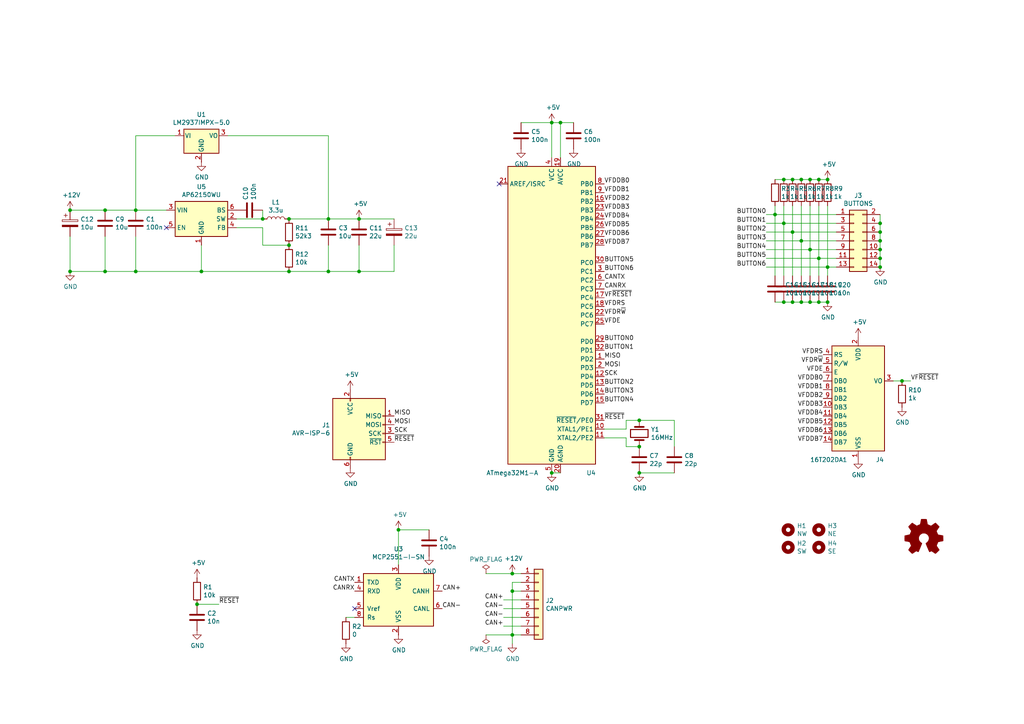
<source format=kicad_sch>
(kicad_sch (version 20231120) (generator "eeschema") (generator_version "8.0")
  (paper "A4")
  (title_block (title "VFD Interface") (date "2021-10-21") (rev "2") (company "© 2021 oni"))
  (lib_symbols
    (symbol "Connector:AVR-ISP-6" (pin_names (offset 1.016))
      (property "Reference" "J" (at -6.35 11.43 0))
      (property "Value" "AVR-ISP-6" (at 0 11.43 0))
      (symbol "AVR-ISP-6_1_1"
        (pin passive line (at 10.16 5.08 180) (length 2.54) (name "MISO") (number "1"))
        (pin passive line (at -2.54 12.7 270) (length 2.54) (name "VCC") (number "2"))
        (pin passive line (at 10.16 0 180) (length 2.54) (name "SCK") (number "3"))
        (pin passive line (at 10.16 2.54 180) (length 2.54) (name "MOSI") (number "4"))
        (pin passive line (at 10.16 -2.54 180) (length 2.54) (name "~{RST}") (number "5"))
        (pin passive line (at -2.54 -10.16 90) (length 2.54) (name "GND") (number "6"))
      )
    )
    (symbol "Connector_Generic:Conn_01x08" (pin_names (offset 1.016) hide)
      (property "Reference" "J" (at 0 10.16 0))
      (property "Value" "Conn_01x08" (at 0 -12.7 0))
      (symbol "Conn_01x08_1_1"
        (pin passive line (at -5.08 7.62 0) (length 3.81) (name "Pin_1") (number "1"))
        (pin passive line (at -5.08 5.08 0) (length 3.81) (name "Pin_2") (number "2"))
        (pin passive line (at -5.08 2.54 0) (length 3.81) (name "Pin_3") (number "3"))
        (pin passive line (at -5.08 0 0) (length 3.81) (name "Pin_4") (number "4"))
        (pin passive line (at -5.08 -2.54 0) (length 3.81) (name "Pin_5") (number "5"))
        (pin passive line (at -5.08 -5.08 0) (length 3.81) (name "Pin_6") (number "6"))
        (pin passive line (at -5.08 -7.62 0) (length 3.81) (name "Pin_7") (number "7"))
        (pin passive line (at -5.08 -10.16 0) (length 3.81) (name "Pin_8") (number "8"))
      )
    )
    (symbol "Connector_Generic:Conn_02x07_Odd_Even" (pin_names (offset 1.016) hide)
      (property "Reference" "J" (at 1.27 10.16 0))
      (property "Value" "Conn_02x07_Odd_Even" (at 1.27 -10.16 0))
      (symbol "Conn_02x07_Odd_Even_1_1"
        (pin passive line (at -5.08 7.62 0) (length 3.81) (name "Pin_1") (number "1"))
        (pin passive line (at 7.62 -2.54 180) (length 3.81) (name "Pin_10") (number "10"))
        (pin passive line (at -5.08 -5.08 0) (length 3.81) (name "Pin_11") (number "11"))
        (pin passive line (at 7.62 -5.08 180) (length 3.81) (name "Pin_12") (number "12"))
        (pin passive line (at -5.08 -7.62 0) (length 3.81) (name "Pin_13") (number "13"))
        (pin passive line (at 7.62 -7.62 180) (length 3.81) (name "Pin_14") (number "14"))
        (pin passive line (at 7.62 7.62 180) (length 3.81) (name "Pin_2") (number "2"))
        (pin passive line (at -5.08 5.08 0) (length 3.81) (name "Pin_3") (number "3"))
        (pin passive line (at 7.62 5.08 180) (length 3.81) (name "Pin_4") (number "4"))
        (pin passive line (at -5.08 2.54 0) (length 3.81) (name "Pin_5") (number "5"))
        (pin passive line (at 7.62 2.54 180) (length 3.81) (name "Pin_6") (number "6"))
        (pin passive line (at -5.08 0 0) (length 3.81) (name "Pin_7") (number "7"))
        (pin passive line (at 7.62 0 180) (length 3.81) (name "Pin_8") (number "8"))
        (pin passive line (at -5.08 -2.54 0) (length 3.81) (name "Pin_9") (number "9"))
      )
    )
    (symbol "Device:C" (pin_numbers hide) (pin_names (offset 0.254))
      (property "Reference" "C" (at 0.635 2.54 0))
      (property "Value" "C" (at 0.635 -2.54 0))
      (symbol "C_1_1"
        (pin passive line (at 0 3.81 270) (length 2.794) (name "~") (number "1"))
        (pin passive line (at 0 -3.81 90) (length 2.794) (name "~") (number "2"))
      )
    )
    (symbol "Device:C_Polarized" (pin_numbers hide) (pin_names (offset 0.254))
      (property "Reference" "C" (at 0.635 2.54 0))
      (property "Value" "C_Polarized" (at 0.635 -2.54 0))
      (symbol "C_Polarized_1_1"
        (pin passive line (at 0 3.81 270) (length 2.794) (name "~") (number "1"))
        (pin passive line (at 0 -3.81 90) (length 2.794) (name "~") (number "2"))
      )
    )
    (symbol "Device:Crystal" (pin_numbers hide) (pin_names (offset 1.016) hide)
      (property "Reference" "Y" (at 0 3.81 0))
      (property "Value" "Crystal" (at 0 -3.81 0))
      (symbol "Crystal_1_1"
        (pin passive line (at -3.81 0 0) (length 1.27) (name "1") (number "1"))
        (pin passive line (at 3.81 0 180) (length 1.27) (name "2") (number "2"))
      )
    )
    (symbol "Device:L" (pin_numbers hide) (pin_names (offset 1.016) hide)
      (property "Reference" "L" (at -1.27 0 90))
      (property "Value" "L" (at 1.905 0 90))
      (symbol "L_1_1"
        (pin passive line (at 0 3.81 270) (length 1.27) (name "1") (number "1"))
        (pin passive line (at 0 -3.81 90) (length 1.27) (name "2") (number "2"))
      )
    )
    (symbol "Device:R" (pin_numbers hide) (pin_names (offset 0))
      (property "Reference" "R" (at 2.032 0 90))
      (property "Value" "R" (at 0 0 90))
      (symbol "R_1_1"
        (pin passive line (at 0 3.81 270) (length 1.27) (name "~") (number "1"))
        (pin passive line (at 0 -3.81 90) (length 1.27) (name "~") (number "2"))
      )
    )
    (symbol "Display_Character:LM16255K"
      (property "Reference" "U" (at -6.35 16.51 0))
      (property "Value" "LM16255K" (at 4.318 16.51 0))
      (symbol "LM16255K_1_1"
        (pin power_in line (at 0 -17.78 90) (length 2.54) (name "VSS") (number "1"))
        (pin bidirectional line (at -10.16 -2.54 0) (length 2.54) (name "DB3") (number "10"))
        (pin bidirectional line (at -10.16 -5.08 0) (length 2.54) (name "DB4") (number "11"))
        (pin bidirectional line (at -10.16 -7.62 0) (length 2.54) (name "DB5") (number "12"))
        (pin bidirectional line (at -10.16 -10.16 0) (length 2.54) (name "DB6") (number "13"))
        (pin bidirectional line (at -10.16 -12.7 0) (length 2.54) (name "DB7") (number "14"))
        (pin power_in line (at 0 17.78 270) (length 2.54) (name "VDD") (number "2"))
        (pin power_in line (at 10.16 5.08 180) (length 2.54) (name "VO") (number "3"))
        (pin input line (at -10.16 12.7 0) (length 2.54) (name "RS") (number "4"))
        (pin input line (at -10.16 10.16 0) (length 2.54) (name "R/W") (number "5"))
        (pin input line (at -10.16 7.62 0) (length 2.54) (name "E") (number "6"))
        (pin bidirectional line (at -10.16 5.08 0) (length 2.54) (name "DB0") (number "7"))
        (pin bidirectional line (at -10.16 2.54 0) (length 2.54) (name "DB1") (number "8"))
        (pin bidirectional line (at -10.16 0 0) (length 2.54) (name "DB2") (number "9"))
      )
    )
    (symbol "Graphic:Logo_Open_Hardware_Small" (in_bom no) (on_board no))
    (symbol "Interface_CAN_LIN:MCP2551-I-SN" (pin_names (offset 1.016))
      (property "Reference" "U" (at -10.16 8.89 0))
      (property "Value" "MCP2551-I-SN" (at 2.54 8.89 0))
      (symbol "MCP2551-I-SN_1_1"
        (pin input line (at -12.7 5.08 0) (length 2.54) (name "TXD") (number "1"))
        (pin power_in line (at 0 -10.16 90) (length 2.54) (name "VSS") (number "2"))
        (pin power_in line (at 0 10.16 270) (length 2.54) (name "VDD") (number "3"))
        (pin output line (at -12.7 2.54 0) (length 2.54) (name "RXD") (number "4"))
        (pin power_out line (at -12.7 -2.54 0) (length 2.54) (name "Vref") (number "5"))
        (pin bidirectional line (at 12.7 -2.54 180) (length 2.54) (name "CANL") (number "6"))
        (pin bidirectional line (at 12.7 2.54 180) (length 2.54) (name "CANH") (number "7"))
        (pin input line (at -12.7 -5.08 0) (length 2.54) (name "Rs") (number "8"))
      )
    )
    (symbol "MCU_Microchip_ATmega:ATmega32M1-A"
      (property "Reference" "U" (at -12.7 44.45 0))
      (property "Value" "ATmega32M1-A" (at 5.08 -44.45 0))
      (symbol "ATmega32M1-A_1_1"
        (pin bidirectional line (at 15.24 -12.7 180) (length 2.54) (name "PD2") (number "1"))
        (pin bidirectional line (at 15.24 -33.02 180) (length 2.54) (name "XTAL1/PE1") (number "10"))
        (pin bidirectional line (at 15.24 -35.56 180) (length 2.54) (name "XTAL2/PE2") (number "11"))
        (pin bidirectional line (at 15.24 -17.78 180) (length 2.54) (name "PD4") (number "12"))
        (pin bidirectional line (at 15.24 -20.32 180) (length 2.54) (name "PD5") (number "13"))
        (pin bidirectional line (at 15.24 -22.86 180) (length 2.54) (name "PD6") (number "14"))
        (pin bidirectional line (at 15.24 -25.4 180) (length 2.54) (name "PD7") (number "15"))
        (pin bidirectional line (at 15.24 33.02 180) (length 2.54) (name "PB2") (number "16"))
        (pin bidirectional line (at 15.24 5.08 180) (length 2.54) (name "PC4") (number "17"))
        (pin bidirectional line (at 15.24 2.54 180) (length 2.54) (name "PC5") (number "18"))
        (pin power_in line (at 2.54 45.72 270) (length 2.54) (name "AVCC") (number "19"))
        (pin bidirectional line (at 15.24 -15.24 180) (length 2.54) (name "PD3") (number "2"))
        (pin power_in line (at 2.54 -45.72 90) (length 2.54) (name "AGND") (number "20"))
        (pin passive line (at -15.24 38.1 0) (length 2.54) (name "AREF/ISRC") (number "21"))
        (pin bidirectional line (at 15.24 0 180) (length 2.54) (name "PC6") (number "22"))
        (pin bidirectional line (at 15.24 30.48 180) (length 2.54) (name "PB3") (number "23"))
        (pin bidirectional line (at 15.24 27.94 180) (length 2.54) (name "PB4") (number "24"))
        (pin bidirectional line (at 15.24 -2.54 180) (length 2.54) (name "PC7") (number "25"))
        (pin bidirectional line (at 15.24 25.4 180) (length 2.54) (name "PB5") (number "26"))
        (pin bidirectional line (at 15.24 22.86 180) (length 2.54) (name "PB6") (number "27"))
        (pin bidirectional line (at 15.24 20.32 180) (length 2.54) (name "PB7") (number "28"))
        (pin bidirectional line (at 15.24 -7.62 180) (length 2.54) (name "PD0") (number "29"))
        (pin bidirectional line (at 15.24 12.7 180) (length 2.54) (name "PC1") (number "3"))
        (pin bidirectional line (at 15.24 15.24 180) (length 2.54) (name "PC0") (number "30"))
        (pin bidirectional line (at 15.24 -30.48 180) (length 2.54) (name "~{RESET}/PE0") (number "31"))
        (pin bidirectional line (at 15.24 -10.16 180) (length 2.54) (name "PD1") (number "32"))
        (pin power_in line (at 0 45.72 270) (length 2.54) (name "VCC") (number "4"))
        (pin power_in line (at 0 -45.72 90) (length 2.54) (name "GND") (number "5"))
        (pin bidirectional line (at 15.24 10.16 180) (length 2.54) (name "PC2") (number "6"))
        (pin bidirectional line (at 15.24 7.62 180) (length 2.54) (name "PC3") (number "7"))
        (pin bidirectional line (at 15.24 38.1 180) (length 2.54) (name "PB0") (number "8"))
        (pin bidirectional line (at 15.24 35.56 180) (length 2.54) (name "PB1") (number "9"))
      )
    )
    (symbol "Mechanical:MountingHole" (pin_names (offset 1.016)) (exclude_from_sim yes) (in_bom no)
      (property "Reference" "H" (at 0 5.08 0))
      (property "Value" "MountingHole" (at 0 3.175 0))
    )
    (symbol "Regulator_Linear:LM2937xMP" (pin_names (offset 0.254))
      (property "Reference" "U" (at -3.81 3.175 0))
      (property "Value" "LM2937xMP" (at 0 3.175 0))
      (symbol "LM2937xMP_1_1"
        (pin power_in line (at -7.62 0 0) (length 2.54) (name "VI") (number "1"))
        (pin power_in line (at 0 -7.62 90) (length 2.54) (name "GND") (number "2"))
        (pin power_out line (at 7.62 0 180) (length 2.54) (name "VO") (number "3"))
      )
    )
    (symbol "Regulator_Switching:DIO6970"
      (property "Reference" "U" (at -7.62 6.35 0))
      (property "Value" "DIO6970" (at 0 6.35 0))
      (symbol "DIO6970_1_1"
        (pin power_in line (at 0 -7.62 90) (length 2.54) (name "GND") (number "1"))
        (pin power_out line (at 10.16 0 180) (length 2.54) (name "SW") (number "2"))
        (pin power_in line (at -10.16 2.54 0) (length 2.54) (name "VIN") (number "3"))
        (pin input line (at 10.16 -2.54 180) (length 2.54) (name "FB") (number "4"))
        (pin input line (at -10.16 -2.54 0) (length 2.54) (name "EN") (number "5"))
        (pin output line (at 10.16 2.54 180) (length 2.54) (name "BS") (number "6"))
      )
    )
    (symbol "power:+12V" (power) (pin_numbers hide) (pin_names (offset 0) hide)
      (property "Value" "+12V" (at 0 3.556 0))
      (symbol "+12V_1_1"
        (pin power_in line (at 0 0 90) (length 0) (name "~") (number "1"))
      )
    )
    (symbol "power:+5V" (power) (pin_numbers hide) (pin_names (offset 0) hide)
      (property "Value" "+5V" (at 0 3.556 0))
      (symbol "+5V_1_1"
        (pin power_in line (at 0 0 90) (length 0) (name "~") (number "1"))
      )
    )
    (symbol "power:GND" (power) (pin_numbers hide) (pin_names (offset 0) hide)
      (property "Value" "GND" (at 0 -3.81 0))
      (symbol "GND_1_1"
        (pin power_in line (at 0 0 270) (length 0) (name "~") (number "1"))
      )
    )
    (symbol "power:PWR_FLAG" (power) (pin_numbers hide) (pin_names (offset 0) hide)
      (property "Value" "PWR_FLAG" (at 0 3.81 0))
      (symbol "PWR_FLAG_0_0"
        (pin power_out line (at 0 0 90) (length 0) (name "~") (number "1"))
      )
    )
  )
  (junction (at 30.48 60.96))
  (junction (at 104.14 78.74))
  (junction (at 76.2 63.5))
  (junction (at 237.49 74.93))
  (junction (at 148.59 171.45))
  (junction (at 227.33 87.63))
  (junction (at 39.37 60.96))
  (junction (at 148.59 166.37))
  (junction (at 160.02 35.56))
  (junction (at 185.42 137.16))
  (junction (at 39.37 78.74))
  (junction (at 104.14 63.5))
  (junction (at 162.56 35.56))
  (junction (at 148.59 184.15))
  (junction (at 95.25 63.5))
  (junction (at 227.33 64.77))
  (junction (at 234.95 52.07))
  (junction (at 240.03 87.63))
  (junction (at 237.49 52.07))
  (junction (at 229.87 67.31))
  (junction (at 234.95 87.63))
  (junction (at 185.42 129.54))
  (junction (at 185.42 121.92))
  (junction (at 229.87 87.63))
  (junction (at 234.95 72.39))
  (junction (at 240.03 77.47))
  (junction (at 20.32 60.96))
  (junction (at 58.42 78.74))
  (junction (at 229.87 52.07))
  (junction (at 255.27 67.31))
  (junction (at 261.62 110.49))
  (junction (at 237.49 87.63))
  (junction (at 232.41 87.63))
  (junction (at 30.48 78.74))
  (junction (at 232.41 52.07))
  (junction (at 115.57 153.67))
  (junction (at 83.82 78.74))
  (junction (at 95.25 78.74))
  (junction (at 227.33 52.07))
  (junction (at 255.27 69.85))
  (junction (at 240.03 52.07))
  (junction (at 224.79 62.23))
  (junction (at 232.41 69.85))
  (junction (at 57.15 175.26))
  (junction (at 160.02 137.16))
  (junction (at 83.82 71.12))
  (junction (at 20.32 78.74))
  (junction (at 83.82 63.5))
  (junction (at 255.27 64.77))
  (junction (at 255.27 72.39))
  (junction (at 255.27 74.93))
  (junction (at 255.27 77.47))
  (no_connect (at 102.87 176.53))
  (no_connect (at 48.26 66.04))
  (no_connect (at 144.78 53.34))
  (wire (pts (xy 162.56 35.56) (xy 166.37 35.56)))
  (wire (pts (xy 229.87 59.69) (xy 229.87 67.31)))
  (wire (pts (xy 20.32 78.74) (xy 20.32 68.58)))
  (wire (pts (xy 95.25 71.12) (xy 95.25 78.74)))
  (wire (pts (xy 195.58 129.54) (xy 195.58 121.92)))
  (wire (pts (xy 50.8 39.37) (xy 39.37 39.37)))
  (wire (pts (xy 232.41 80.01) (xy 232.41 69.85)))
  (wire (pts (xy 76.2 63.5) (xy 68.58 63.5)))
  (wire (pts (xy 232.41 69.85) (xy 242.57 69.85)))
  (wire (pts (xy 224.79 52.07) (xy 227.33 52.07)))
  (wire (pts (xy 222.25 67.31) (xy 229.87 67.31)))
  (wire (pts (xy 39.37 39.37) (xy 39.37 60.96)))
  (wire (pts (xy 140.97 166.37) (xy 148.59 166.37)))
  (wire (pts (xy 222.25 69.85) (xy 232.41 69.85)))
  (wire (pts (xy 181.61 121.92) (xy 185.42 121.92)))
  (wire (pts (xy 240.03 59.69) (xy 240.03 77.47)))
  (wire (pts (xy 222.25 64.77) (xy 227.33 64.77)))
  (wire (pts (xy 227.33 80.01) (xy 227.33 64.77)))
  (wire (pts (xy 259.08 110.49) (xy 261.62 110.49)))
  (wire (pts (xy 234.95 72.39) (xy 242.57 72.39)))
  (wire (pts (xy 237.49 59.69) (xy 237.49 74.93)))
  (wire (pts (xy 232.41 52.07) (xy 234.95 52.07)))
  (wire (pts (xy 146.05 173.99) (xy 151.13 173.99)))
  (wire (pts (xy 104.14 78.74) (xy 104.14 71.12)))
  (wire (pts (xy 39.37 78.74) (xy 58.42 78.74)))
  (wire (pts (xy 255.27 77.47) (xy 255.27 74.93)))
  (wire (pts (xy 146.05 179.07) (xy 151.13 179.07)))
  (wire (pts (xy 175.26 124.46) (xy 181.61 124.46)))
  (wire (pts (xy 140.97 184.15) (xy 148.59 184.15)))
  (wire (pts (xy 100.33 179.07) (xy 102.87 179.07)))
  (wire (pts (xy 146.05 176.53) (xy 151.13 176.53)))
  (wire (pts (xy 185.42 137.16) (xy 195.58 137.16)))
  (wire (pts (xy 104.14 78.74) (xy 114.3 78.74)))
  (wire (pts (xy 240.03 80.01) (xy 240.03 77.47)))
  (wire (pts (xy 222.25 62.23) (xy 224.79 62.23)))
  (wire (pts (xy 255.27 67.31) (xy 255.27 64.77)))
  (wire (pts (xy 227.33 59.69) (xy 227.33 64.77)))
  (wire (pts (xy 229.87 87.63) (xy 227.33 87.63)))
  (wire (pts (xy 224.79 80.01) (xy 224.79 62.23)))
  (wire (pts (xy 234.95 59.69) (xy 234.95 72.39)))
  (wire (pts (xy 148.59 184.15) (xy 148.59 186.69)))
  (wire (pts (xy 237.49 74.93) (xy 242.57 74.93)))
  (wire (pts (xy 255.27 72.39) (xy 255.27 69.85)))
  (wire (pts (xy 151.13 168.91) (xy 148.59 168.91)))
  (wire (pts (xy 160.02 35.56) (xy 162.56 35.56)))
  (wire (pts (xy 232.41 87.63) (xy 229.87 87.63)))
  (wire (pts (xy 181.61 127) (xy 181.61 129.54)))
  (wire (pts (xy 83.82 71.12) (xy 76.2 71.12)))
  (wire (pts (xy 148.59 171.45) (xy 148.59 184.15)))
  (wire (pts (xy 58.42 78.74) (xy 58.42 71.12)))
  (wire (pts (xy 222.25 72.39) (xy 234.95 72.39)))
  (wire (pts (xy 195.58 121.92) (xy 185.42 121.92)))
  (wire (pts (xy 124.46 153.67) (xy 115.57 153.67)))
  (wire (pts (xy 30.48 60.96) (xy 20.32 60.96)))
  (wire (pts (xy 227.33 87.63) (xy 224.79 87.63)))
  (wire (pts (xy 148.59 166.37) (xy 151.13 166.37)))
  (wire (pts (xy 237.49 87.63) (xy 234.95 87.63)))
  (wire (pts (xy 104.14 63.5) (xy 114.3 63.5)))
  (wire (pts (xy 95.25 63.5) (xy 83.82 63.5)))
  (wire (pts (xy 151.13 171.45) (xy 148.59 171.45)))
  (wire (pts (xy 30.48 78.74) (xy 20.32 78.74)))
  (wire (pts (xy 95.25 39.37) (xy 95.25 63.5)))
  (wire (pts (xy 229.87 52.07) (xy 232.41 52.07)))
  (wire (pts (xy 227.33 64.77) (xy 242.57 64.77)))
  (wire (pts (xy 104.14 63.5) (xy 95.25 63.5)))
  (wire (pts (xy 39.37 60.96) (xy 48.26 60.96)))
  (wire (pts (xy 222.25 77.47) (xy 240.03 77.47)))
  (wire (pts (xy 30.48 78.74) (xy 39.37 78.74)))
  (wire (pts (xy 232.41 59.69) (xy 232.41 69.85)))
  (wire (pts (xy 237.49 52.07) (xy 240.03 52.07)))
  (wire (pts (xy 227.33 52.07) (xy 229.87 52.07)))
  (wire (pts (xy 222.25 74.93) (xy 237.49 74.93)))
  (wire (pts (xy 76.2 60.96) (xy 76.2 63.5)))
  (wire (pts (xy 224.79 59.69) (xy 224.79 62.23)))
  (wire (pts (xy 255.27 74.93) (xy 255.27 72.39)))
  (wire (pts (xy 30.48 60.96) (xy 39.37 60.96)))
  (wire (pts (xy 57.15 175.26) (xy 63.5 175.26)))
  (wire (pts (xy 95.25 78.74) (xy 83.82 78.74)))
  (wire (pts (xy 229.87 80.01) (xy 229.87 67.31)))
  (wire (pts (xy 151.13 35.56) (xy 160.02 35.56)))
  (wire (pts (xy 240.03 87.63) (xy 237.49 87.63)))
  (wire (pts (xy 66.04 39.37) (xy 95.25 39.37)))
  (wire (pts (xy 146.05 181.61) (xy 151.13 181.61)))
  (wire (pts (xy 224.79 62.23) (xy 242.57 62.23)))
  (wire (pts (xy 261.62 110.49) (xy 264.16 110.49)))
  (wire (pts (xy 68.58 66.04) (xy 76.2 66.04)))
  (wire (pts (xy 30.48 68.58) (xy 30.48 78.74)))
  (wire (pts (xy 162.56 45.72) (xy 162.56 35.56)))
  (wire (pts (xy 160.02 137.16) (xy 162.56 137.16)))
  (wire (pts (xy 104.14 78.74) (xy 95.25 78.74)))
  (wire (pts (xy 229.87 67.31) (xy 242.57 67.31)))
  (wire (pts (xy 39.37 68.58) (xy 39.37 78.74)))
  (wire (pts (xy 234.95 87.63) (xy 232.41 87.63)))
  (wire (pts (xy 255.27 64.77) (xy 255.27 62.23)))
  (wire (pts (xy 58.42 78.74) (xy 83.82 78.74)))
  (wire (pts (xy 115.57 153.67) (xy 115.57 163.83)))
  (wire (pts (xy 181.61 124.46) (xy 181.61 121.92)))
  (wire (pts (xy 237.49 80.01) (xy 237.49 74.93)))
  (wire (pts (xy 160.02 45.72) (xy 160.02 35.56)))
  (wire (pts (xy 181.61 129.54) (xy 185.42 129.54)))
  (wire (pts (xy 76.2 66.04) (xy 76.2 71.12)))
  (wire (pts (xy 114.3 78.74) (xy 114.3 71.12)))
  (wire (pts (xy 148.59 168.91) (xy 148.59 171.45)))
  (wire (pts (xy 255.27 69.85) (xy 255.27 67.31)))
  (wire (pts (xy 234.95 80.01) (xy 234.95 72.39)))
  (wire (pts (xy 240.03 77.47) (xy 242.57 77.47)))
  (wire (pts (xy 151.13 184.15) (xy 148.59 184.15)))
  (wire (pts (xy 175.26 127) (xy 181.61 127)))
  (wire (pts (xy 234.95 52.07) (xy 237.49 52.07)))
  (label "VFDDB2" (at 175.26 58.42 0))
  (label "BUTTON1" (at 222.25 64.77 180))
  (label "CAN-" (at 146.05 179.07 180))
  (label "~{RESET}" (at 175.26 121.92 0))
  (label "BUTTON3" (at 175.26 114.3 0))
  (label "BUTTON0" (at 222.25 62.23 180))
  (label "VFDDB1" (at 175.26 55.88 0))
  (label "VFDDB4" (at 238.76 120.65 180))
  (label "BUTTON6" (at 222.25 77.47 180))
  (label "VF~{RESET}" (at 264.16 110.49 0))
  (label "CANRX" (at 102.87 171.45 180))
  (label "VF~{RESET}" (at 175.26 86.36 0))
  (label "VFDDB0" (at 238.76 110.49 180))
  (label "SCK" (at 175.26 109.22 0))
  (label "~{RESET}" (at 63.5 175.26 0))
  (label "BUTTON5" (at 175.26 76.2 0))
  (label "VFDRS" (at 175.26 88.9 0))
  (label "BUTTON3" (at 222.25 69.85 180))
  (label "VFDE" (at 238.76 107.95 180))
  (label "VFDR~{W}" (at 238.76 105.41 180))
  (label "BUTTON1" (at 175.26 101.6 0))
  (label "MISO" (at 114.3 120.65 0))
  (label "BUTTON5" (at 222.25 74.93 180))
  (label "BUTTON4" (at 175.26 116.84 0))
  (label "CANTX" (at 175.26 81.28 0))
  (label "CAN-" (at 146.05 176.53 180))
  (label "VFDDB6" (at 175.26 68.58 0))
  (label "MOSI" (at 175.26 106.68 0))
  (label "~{RESET}" (at 114.3 128.27 0))
  (label "VFDDB2" (at 238.76 115.57 180))
  (label "SCK" (at 114.3 125.73 0))
  (label "CAN+" (at 146.05 181.61 180))
  (label "VFDRS" (at 238.76 102.87 180))
  (label "VFDR~{W}" (at 175.26 91.44 0))
  (label "VFDDB3" (at 238.76 118.11 180))
  (label "CAN+" (at 146.05 173.99 180))
  (label "VFDDB7" (at 238.76 128.27 180))
  (label "VFDE" (at 175.26 93.98 0))
  (label "CANRX" (at 175.26 83.82 0))
  (label "MOSI" (at 114.3 123.19 0))
  (label "BUTTON4" (at 222.25 72.39 180))
  (label "BUTTON6" (at 175.26 78.74 0))
  (label "BUTTON2" (at 175.26 111.76 0))
  (label "VFDDB5" (at 175.26 66.04 0))
  (label "VFDDB5" (at 238.76 123.19 180))
  (label "VFDDB6" (at 238.76 125.73 180))
  (label "VFDDB4" (at 175.26 63.5 0))
  (label "BUTTON2" (at 222.25 67.31 180))
  (label "BUTTON0" (at 175.26 99.06 0))
  (label "MISO" (at 175.26 104.14 0))
  (label "VFDDB3" (at 175.26 60.96 0))
  (label "CANTX" (at 102.87 168.91 180))
  (label "VFDDB7" (at 175.26 71.12 0))
  (label "CAN+" (at 128.27 171.45 0))
  (label "CAN-" (at 128.27 176.53 0))
  (label "VFDDB1" (at 238.76 113.03 180))
  (label "VFDDB0" (at 175.26 53.34 0))
  (symbol (lib_id "Display_Character:LM16255K") (at 248.92 115.57 0) (unit 1)
    (property "Reference" "J4" (at 254 133.35 0) (effects (justify left)))
    (property "Value" "16T202DA1" (at 234.95 133.35 0) (effects (justify left)))
    (property "Footprint" "Connector_PinSocket_2.54mm:PinSocket_2x07_P2.54mm_Vertical" (effects (hide yes)))
    (property "Datasheet" "http://pdf.datasheetcatalog.com/datasheet/Sharp/mXvtrzw.pdf" (effects (hide yes)))
    (property "Description" "2 Lines, 12 character reflective LCD" (effects (hide yes)))
  )
  (symbol (lib_id "power:+5V") (at 248.92 97.79 0) (unit 1)
    (property "Reference" "#PWR0101" (effects (hide yes)))
    (property "Value" "+5V" (at 249.301 93.3958 0))
    (property "Description" "Power symbol creates a global label with name \"+5V\"" (effects (hide yes)))
  )
  (symbol (lib_id "power:GND") (at 248.92 133.35 0) (unit 1)
    (property "Reference" "#PWR0102" (effects (hide yes)))
    (property "Value" "GND" (at 249.047 137.7442 0))
    (property "Description" "Power symbol creates a global label with name \"GND\" , ground" (effects (hide yes)))
  )
  (symbol (lib_id "power:+5V") (at 160.02 35.56 0) (unit 1)
    (property "Reference" "#PWR0103" (effects (hide yes)))
    (property "Value" "+5V" (at 160.401 31.1658 0))
    (property "Description" "Power symbol creates a global label with name \"+5V\"" (effects (hide yes)))
  )
  (symbol (lib_id "power:GND") (at 160.02 137.16 0) (unit 1)
    (property "Reference" "#PWR0104" (effects (hide yes)))
    (property "Value" "GND" (at 160.147 141.5542 0))
    (property "Description" "Power symbol creates a global label with name \"GND\" , ground" (effects (hide yes)))
  )
  (symbol (lib_id "Device:C") (at 166.37 39.37 0) (unit 1)
    (property "Reference" "C6" (at 169.291 38.2016 0) (effects (justify left)))
    (property "Value" "100n" (at 169.291 40.513 0) (effects (justify left)))
    (property "Footprint" "Capacitor_SMD:C_0805_2012Metric_Pad1.18x1.45mm_HandSolder" (effects (hide yes)))
    (property "Description" "Unpolarized capacitor" (effects (hide yes)))
  )
  (symbol (lib_id "power:GND") (at 166.37 43.18 0) (unit 1)
    (property "Reference" "#PWR0105" (effects (hide yes)))
    (property "Value" "GND" (at 166.497 47.5742 0))
    (property "Description" "Power symbol creates a global label with name \"GND\" , ground" (effects (hide yes)))
  )
  (symbol (lib_id "Device:C") (at 151.13 39.37 0) (unit 1)
    (property "Reference" "C5" (at 154.051 38.2016 0) (effects (justify left)))
    (property "Value" "100n" (at 154.051 40.513 0) (effects (justify left)))
    (property "Footprint" "Capacitor_SMD:C_0805_2012Metric_Pad1.18x1.45mm_HandSolder" (effects (hide yes)))
    (property "Description" "Unpolarized capacitor" (effects (hide yes)))
  )
  (symbol (lib_id "power:GND") (at 151.13 43.18 0) (unit 1)
    (property "Reference" "#PWR0106" (effects (hide yes)))
    (property "Value" "GND" (at 151.257 47.5742 0))
    (property "Description" "Power symbol creates a global label with name \"GND\" , ground" (effects (hide yes)))
  )
  (symbol (lib_id "Connector:AVR-ISP-6") (at 104.14 125.73 0) (unit 1)
    (property "Reference" "J1" (at 95.7834 123.2916 0) (effects (justify right)))
    (property "Value" "AVR-ISP-6" (at 95.7834 125.603 0) (effects (justify right)))
    (property "Footprint" "Connector_PinHeader_2.54mm:PinHeader_2x03_P2.54mm_Vertical" (effects (hide yes)))
    (property "Description" "Atmel 6-pin ISP connector" (effects (hide yes)))
  )
  (symbol (lib_id "power:+5V") (at 101.6 113.03 0) (unit 1)
    (property "Reference" "#PWR0107" (effects (hide yes)))
    (property "Value" "+5V" (at 101.981 108.6358 0))
    (property "Description" "Power symbol creates a global label with name \"+5V\"" (effects (hide yes)))
  )
  (symbol (lib_id "power:GND") (at 101.6 135.89 0) (unit 1)
    (property "Reference" "#PWR0108" (effects (hide yes)))
    (property "Value" "GND" (at 101.727 140.2842 0))
    (property "Description" "Power symbol creates a global label with name \"GND\" , ground" (effects (hide yes)))
  )
  (symbol (lib_id "Device:Crystal") (at 185.42 125.73 270) (unit 1)
    (property "Reference" "Y1" (at 188.7474 124.5616 90) (effects (justify left)))
    (property "Value" "16MHz" (at 188.7474 126.873 90) (effects (justify left)))
    (property "Footprint" "Crystal:Crystal_SMD_HC49-SD" (effects (hide yes)))
    (property "Description" "Two pin crystal" (effects (hide yes)))
  )
  (symbol (lib_id "Device:C") (at 195.58 133.35 180) (unit 1)
    (property "Reference" "C8" (at 198.501 132.1816 0) (effects (justify right)))
    (property "Value" "22p" (at 198.501 134.493 0) (effects (justify right)))
    (property "Footprint" "Capacitor_SMD:C_0805_2012Metric_Pad1.18x1.45mm_HandSolder" (effects (hide yes)))
    (property "Description" "Unpolarized capacitor" (effects (hide yes)))
  )
  (symbol (lib_id "Device:C") (at 185.42 133.35 180) (unit 1)
    (property "Reference" "C7" (at 188.341 132.1816 0) (effects (justify right)))
    (property "Value" "22p" (at 188.341 134.493 0) (effects (justify right)))
    (property "Footprint" "Capacitor_SMD:C_0805_2012Metric_Pad1.18x1.45mm_HandSolder" (effects (hide yes)))
    (property "Description" "Unpolarized capacitor" (effects (hide yes)))
  )
  (symbol (lib_id "power:GND") (at 185.42 137.16 0) (unit 1)
    (property "Reference" "#PWR0109" (effects (hide yes)))
    (property "Value" "GND" (at 185.547 141.5542 0))
    (property "Description" "Power symbol creates a global label with name \"GND\" , ground" (effects (hide yes)))
  )
  (symbol (lib_id "Device:C") (at 57.15 179.07 0) (unit 1)
    (property "Reference" "C2" (at 60.071 177.9016 0) (effects (justify left)))
    (property "Value" "10n" (at 60.071 180.213 0) (effects (justify left)))
    (property "Footprint" "Capacitor_SMD:C_0805_2012Metric_Pad1.18x1.45mm_HandSolder" (effects (hide yes)))
    (property "Description" "Unpolarized capacitor" (effects (hide yes)))
  )
  (symbol (lib_id "power:GND") (at 57.15 182.88 0) (unit 1)
    (property "Reference" "#PWR0110" (effects (hide yes)))
    (property "Value" "GND" (at 57.277 187.2742 0))
    (property "Description" "Power symbol creates a global label with name \"GND\" , ground" (effects (hide yes)))
  )
  (symbol (lib_id "power:+5V") (at 57.15 167.64 0) (unit 1)
    (property "Reference" "#PWR0111" (effects (hide yes)))
    (property "Value" "+5V" (at 57.531 163.2458 0))
    (property "Description" "Power symbol creates a global label with name \"+5V\"" (effects (hide yes)))
  )
  (symbol (lib_id "Interface_CAN_LIN:MCP2551-I-SN") (at 115.57 173.99 0) (unit 1)
    (property "Reference" "U3" (at 115.57 159.2326 0))
    (property "Value" "MCP2551-I-SN" (at 115.57 161.544 0))
    (property "Footprint" "Package_SO:SOIC-8_3.9x4.9mm_P1.27mm" (effects (hide yes)))
    (property "Datasheet" "http://ww1.microchip.com/downloads/en/devicedoc/21667d.pdf" (effects (hide yes)))
    (property "Description" "High-Speed CAN Transceiver, 1Mbps, 5V supply, SOIC-8" (effects (hide yes)))
  )
  (symbol (lib_id "power:GND") (at 148.59 186.69 0) (unit 1)
    (property "Reference" "#PWR0112" (effects (hide yes)))
    (property "Value" "GND" (at 148.717 191.0842 0))
    (property "Description" "Power symbol creates a global label with name \"GND\" , ground" (effects (hide yes)))
  )
  (symbol (lib_id "power:+5V") (at 115.57 153.67 0) (unit 1)
    (property "Reference" "#PWR0113" (effects (hide yes)))
    (property "Value" "+5V" (at 115.951 149.2758 0))
    (property "Description" "Power symbol creates a global label with name \"+5V\"" (effects (hide yes)))
  )
  (symbol (lib_id "Device:C") (at 124.46 157.48 0) (unit 1)
    (property "Reference" "C4" (at 127.381 156.3116 0) (effects (justify left)))
    (property "Value" "100n" (at 127.381 158.623 0) (effects (justify left)))
    (property "Footprint" "Capacitor_SMD:C_0805_2012Metric_Pad1.18x1.45mm_HandSolder" (effects (hide yes)))
    (property "Description" "Unpolarized capacitor" (effects (hide yes)))
  )
  (symbol (lib_id "power:GND") (at 115.57 184.15 0) (unit 1)
    (property "Reference" "#PWR0114" (effects (hide yes)))
    (property "Value" "GND" (at 115.697 188.5442 0))
    (property "Description" "Power symbol creates a global label with name \"GND\" , ground" (effects (hide yes)))
  )
  (symbol (lib_id "power:GND") (at 124.46 161.29 0) (unit 1)
    (property "Reference" "#PWR0115" (effects (hide yes)))
    (property "Value" "GND" (at 124.587 165.6842 0))
    (property "Description" "Power symbol creates a global label with name \"GND\" , ground" (effects (hide yes)))
  )
  (symbol (lib_id "Device:R") (at 100.33 182.88 0) (unit 1)
    (property "Reference" "R2" (at 102.108 181.7116 0) (effects (justify left)))
    (property "Value" "0" (at 102.108 184.023 0) (effects (justify left)))
    (property "Footprint" "Resistor_SMD:R_0805_2012Metric_Pad1.20x1.40mm_HandSolder" (effects (hide yes)))
    (property "Description" "Resistor" (effects (hide yes)))
  )
  (symbol (lib_id "power:GND") (at 100.33 186.69 0) (unit 1)
    (property "Reference" "#PWR0116" (effects (hide yes)))
    (property "Value" "GND" (at 100.457 191.0842 0))
    (property "Description" "Power symbol creates a global label with name \"GND\" , ground" (effects (hide yes)))
  )
  (symbol (lib_id "Connector_Generic:Conn_01x08") (at 156.21 173.99 0) (unit 1)
    (property "Reference" "J2" (at 158.242 174.1932 0) (effects (justify left)))
    (property "Value" "CANPWR" (at 158.242 176.5046 0) (effects (justify left)))
    (property "Footprint" "TerminalBlock_Phoenix:TerminalBlock_Phoenix_MPT-0,5-8-2.54_1x08_P2.54mm_Horizontal" (effects (hide yes)))
    (property "Description" "Generic connector, single row, 01x08, script generated (kicad-library-utils/schlib/autogen/connector/)" (effects (hide yes)))
  )
  (symbol (lib_id "power:GND") (at 58.42 46.99 0) (unit 1)
    (property "Reference" "#PWR0118" (effects (hide yes)))
    (property "Value" "GND" (at 58.547 51.3842 0))
    (property "Description" "Power symbol creates a global label with name \"GND\" , ground" (effects (hide yes)))
  )
  (symbol (lib_id "Connector_Generic:Conn_02x07_Odd_Even") (at 247.65 69.85 0) (unit 1)
    (property "Reference" "J3" (at 248.92 56.7182 0))
    (property "Value" "BUTTONS" (at 248.92 59.0296 0))
    (property "Footprint" "Connector_PinHeader_2.54mm:PinHeader_2x07_P2.54mm_Vertical" (effects (hide yes)))
    (property "Description" "Generic connector, double row, 02x07, odd/even pin numbering scheme (row 1 odd numbers, row 2 even numbers), script generated (kicad-library-utils/schlib/autogen/connector/)" (effects (hide yes)))
  )
  (symbol (lib_id "power:+12V") (at 148.59 166.37 0) (unit 1)
    (property "Reference" "#PWR0120" (effects (hide yes)))
    (property "Value" "+12V" (at 148.971 161.9758 0))
    (property "Description" "Power symbol creates a global label with name \"+12V\"" (effects (hide yes)))
  )
  (symbol (lib_id "Device:C") (at 95.25 67.31 0) (unit 1)
    (property "Reference" "C3" (at 98.171 66.1416 0) (effects (justify left)))
    (property "Value" "10u" (at 98.171 68.453 0) (effects (justify left)))
    (property "Footprint" "Capacitor_SMD:C_0805_2012Metric_Pad1.18x1.45mm_HandSolder" (effects (hide yes)))
    (property "Description" "Unpolarized capacitor" (effects (hide yes)))
  )
  (symbol (lib_id "Device:C") (at 39.37 64.77 0) (unit 1)
    (property "Reference" "C1" (at 42.291 63.6016 0) (effects (justify left)))
    (property "Value" "100n" (at 42.291 65.913 0) (effects (justify left)))
    (property "Footprint" "Capacitor_SMD:C_0805_2012Metric_Pad1.18x1.45mm_HandSolder" (effects (hide yes)))
    (property "Description" "Unpolarized capacitor" (effects (hide yes)))
  )
  (symbol (lib_id "Regulator_Linear:LM2937xMP") (at 58.42 39.37 0) (unit 1)
    (property "Reference" "U1" (at 58.42 33.2232 0))
    (property "Value" "LM2937IMPX-5.0" (at 58.42 35.5346 0))
    (property "Footprint" "Package_TO_SOT_SMD:SOT-223-3_TabPin2" (effects (hide yes)))
    (property "Datasheet" "http://www.ti.com/lit/ds/symlink/lm2937.pdf" (effects (hide yes)))
    (property "Description" "500-mA Low Dropout Regulator, SOT-223" (effects (hide yes)))
  )
  (symbol (lib_id "power:GND") (at 255.27 77.47 0) (unit 1)
    (property "Reference" "#PWR0121" (effects (hide yes)))
    (property "Value" "GND" (at 255.397 81.8642 0))
    (property "Description" "Power symbol creates a global label with name \"GND\" , ground" (effects (hide yes)))
  )
  (symbol (lib_id "Device:R") (at 224.79 55.88 0) (unit 1)
    (property "Reference" "R3" (at 226.568 54.7116 0) (effects (justify left)))
    (property "Value" "1k" (at 226.568 57.023 0) (effects (justify left)))
    (property "Footprint" "Resistor_SMD:R_0805_2012Metric_Pad1.20x1.40mm_HandSolder" (effects (hide yes)))
    (property "Description" "Resistor" (effects (hide yes)))
  )
  (symbol (lib_id "Device:R") (at 227.33 55.88 0) (unit 1)
    (property "Reference" "R4" (at 229.108 54.7116 0) (effects (justify left)))
    (property "Value" "1k" (at 229.108 57.023 0) (effects (justify left)))
    (property "Footprint" "Resistor_SMD:R_0805_2012Metric_Pad1.20x1.40mm_HandSolder" (effects (hide yes)))
    (property "Description" "Resistor" (effects (hide yes)))
  )
  (symbol (lib_id "Device:R") (at 229.87 55.88 0) (unit 1)
    (property "Reference" "R5" (at 231.648 54.7116 0) (effects (justify left)))
    (property "Value" "1k" (at 231.648 57.023 0) (effects (justify left)))
    (property "Footprint" "Resistor_SMD:R_0805_2012Metric_Pad1.20x1.40mm_HandSolder" (effects (hide yes)))
    (property "Description" "Resistor" (effects (hide yes)))
  )
  (symbol (lib_id "Device:R") (at 232.41 55.88 0) (unit 1)
    (property "Reference" "R6" (at 234.188 54.7116 0) (effects (justify left)))
    (property "Value" "1k" (at 234.188 57.023 0) (effects (justify left)))
    (property "Footprint" "Resistor_SMD:R_0805_2012Metric_Pad1.20x1.40mm_HandSolder" (effects (hide yes)))
    (property "Description" "Resistor" (effects (hide yes)))
  )
  (symbol (lib_id "Device:R") (at 234.95 55.88 0) (unit 1)
    (property "Reference" "R7" (at 236.728 54.7116 0) (effects (justify left)))
    (property "Value" "1k" (at 236.728 57.023 0) (effects (justify left)))
    (property "Footprint" "Resistor_SMD:R_0805_2012Metric_Pad1.20x1.40mm_HandSolder" (effects (hide yes)))
    (property "Description" "Resistor" (effects (hide yes)))
  )
  (symbol (lib_id "Device:R") (at 237.49 55.88 0) (unit 1)
    (property "Reference" "R8" (at 239.268 54.7116 0) (effects (justify left)))
    (property "Value" "1k" (at 239.268 57.023 0) (effects (justify left)))
    (property "Footprint" "Resistor_SMD:R_0805_2012Metric_Pad1.20x1.40mm_HandSolder" (effects (hide yes)))
    (property "Description" "Resistor" (effects (hide yes)))
  )
  (symbol (lib_id "Device:R") (at 240.03 55.88 0) (unit 1)
    (property "Reference" "R9" (at 241.808 54.7116 0) (effects (justify left)))
    (property "Value" "1k" (at 241.808 57.023 0) (effects (justify left)))
    (property "Footprint" "Resistor_SMD:R_0805_2012Metric_Pad1.20x1.40mm_HandSolder" (effects (hide yes)))
    (property "Description" "Resistor" (effects (hide yes)))
  )
  (symbol (lib_id "Device:R") (at 57.15 171.45 0) (unit 1)
    (property "Reference" "R1" (at 58.928 170.2816 0) (effects (justify left)))
    (property "Value" "10k" (at 58.928 172.593 0) (effects (justify left)))
    (property "Footprint" "Resistor_SMD:R_0805_2012Metric_Pad1.20x1.40mm_HandSolder" (effects (hide yes)))
    (property "Description" "Resistor" (effects (hide yes)))
  )
  (symbol (lib_id "power:+5V") (at 240.03 52.07 0) (unit 1)
    (property "Reference" "#PWR0122" (effects (hide yes)))
    (property "Value" "+5V" (at 240.411 47.6758 0))
    (property "Description" "Power symbol creates a global label with name \"+5V\"" (effects (hide yes)))
  )
  (symbol (lib_id "Mechanical:MountingHole") (at 237.49 153.67 0) (unit 1)
    (property "Reference" "H3" (at 240.03 152.5016 0) (effects (justify left)))
    (property "Value" "NE" (at 240.03 154.813 0) (effects (justify left)))
    (property "Footprint" "MountingHole:MountingHole_2.7mm_M2.5_DIN965" (effects (hide yes)))
    (property "Description" "Mounting Hole without connection" (effects (hide yes)))
  )
  (symbol (lib_id "Mechanical:MountingHole") (at 237.49 158.75 0) (unit 1)
    (property "Reference" "H4" (at 240.03 157.5816 0) (effects (justify left)))
    (property "Value" "SE" (at 240.03 159.893 0) (effects (justify left)))
    (property "Footprint" "MountingHole:MountingHole_2.7mm_M2.5_DIN965" (effects (hide yes)))
    (property "Description" "Mounting Hole without connection" (effects (hide yes)))
  )
  (symbol (lib_id "Mechanical:MountingHole") (at 228.6 158.75 0) (unit 1)
    (property "Reference" "H2" (at 231.14 157.5816 0) (effects (justify left)))
    (property "Value" "SW" (at 231.14 159.893 0) (effects (justify left)))
    (property "Footprint" "MountingHole:MountingHole_2.7mm_M2.5_DIN965" (effects (hide yes)))
    (property "Description" "Mounting Hole without connection" (effects (hide yes)))
  )
  (symbol (lib_id "Mechanical:MountingHole") (at 228.6 153.67 0) (unit 1)
    (property "Reference" "H1" (at 231.14 152.5016 0) (effects (justify left)))
    (property "Value" "NW" (at 231.14 154.813 0) (effects (justify left)))
    (property "Footprint" "MountingHole:MountingHole_2.7mm_M2.5_DIN965" (effects (hide yes)))
    (property "Description" "Mounting Hole without connection" (effects (hide yes)))
  )
  (symbol (lib_id "Graphic:Logo_Open_Hardware_Small") (at 267.97 156.21 0) (unit 1) (exclude_from_sim yes) (in_bom no)
    (property "Reference" "LOGO1" (effects (hide yes)))
    (property "Value" "Logo_Open_Hardware_Small" (effects (hide yes)))
    (property "Footprint" "Symbol:OSHW-Logo2_7.3x6mm_SilkScreen" (effects (hide yes)))
    (property "Description" "Open Hardware logo, small" (effects (hide yes)))
    (property "Sim.Enable" "0" (effects (hide yes)))
  )
  (symbol (lib_id "Device:C") (at 30.48 64.77 0) (unit 1)
    (property "Reference" "C9" (at 33.401 63.6016 0) (effects (justify left)))
    (property "Value" "10u" (at 33.401 65.913 0) (effects (justify left)))
    (property "Footprint" "Capacitor_SMD:C_1210_3225Metric_Pad1.33x2.70mm_HandSolder" (effects (hide yes)))
    (property "Description" "Unpolarized capacitor" (effects (hide yes)))
  )
  (symbol (lib_id "Device:C") (at 104.14 67.31 0) (unit 1)
    (property "Reference" "C11" (at 107.061 66.1416 0) (effects (justify left)))
    (property "Value" "22u" (at 107.061 68.453 0) (effects (justify left)))
    (property "Footprint" "Capacitor_SMD:C_1210_3225Metric_Pad1.33x2.70mm_HandSolder" (effects (hide yes)))
    (property "Description" "Unpolarized capacitor" (effects (hide yes)))
  )
  (symbol (lib_id "Device:L") (at 80.01 63.5 90) (unit 1)
    (property "Reference" "L1" (at 80.01 58.674 90))
    (property "Value" "3.3u" (at 80.01 60.9854 90))
    (property "Footprint" "Inductor_SMD:L_Taiyo-Yuden_NR-50xx_HandSoldering" (effects (hide yes)))
    (property "Description" "Inductor" (effects (hide yes)))
  )
  (symbol (lib_id "Device:C") (at 72.39 60.96 90) (unit 1)
    (property "Reference" "C10" (at 71.2216 58.039 0) (effects (justify left)))
    (property "Value" "100n" (at 73.533 58.039 0) (effects (justify left)))
    (property "Footprint" "Capacitor_SMD:C_0805_2012Metric_Pad1.18x1.45mm_HandSolder" (effects (hide yes)))
    (property "Description" "Unpolarized capacitor" (effects (hide yes)))
  )
  (symbol (lib_id "Device:R") (at 83.82 67.31 0) (unit 1)
    (property "Reference" "R11" (at 85.598 66.1416 0) (effects (justify left)))
    (property "Value" "52k3" (at 85.598 68.453 0) (effects (justify left)))
    (property "Footprint" "Resistor_SMD:R_0805_2012Metric_Pad1.20x1.40mm_HandSolder" (effects (hide yes)))
    (property "Description" "Resistor" (effects (hide yes)))
  )
  (symbol (lib_id "Device:R") (at 83.82 74.93 0) (unit 1)
    (property "Reference" "R12" (at 85.598 73.7616 0) (effects (justify left)))
    (property "Value" "10k" (at 85.598 76.073 0) (effects (justify left)))
    (property "Footprint" "Resistor_SMD:R_0805_2012Metric_Pad1.20x1.40mm_HandSolder" (effects (hide yes)))
    (property "Description" "Resistor" (effects (hide yes)))
  )
  (symbol (lib_id "power:+12V") (at 20.32 60.96 0) (unit 1)
    (property "Reference" "#PWR01" (effects (hide yes)))
    (property "Value" "+12V" (at 20.701 56.5658 0))
    (property "Description" "Power symbol creates a global label with name \"+12V\"" (effects (hide yes)))
  )
  (symbol (lib_id "power:+5V") (at 104.14 63.5 0) (unit 1)
    (property "Reference" "#PWR03" (effects (hide yes)))
    (property "Value" "+5V" (at 104.521 59.1058 0))
    (property "Description" "Power symbol creates a global label with name \"+5V\"" (effects (hide yes)))
  )
  (symbol (lib_id "power:GND") (at 20.32 78.74 0) (unit 1)
    (property "Reference" "#PWR02" (effects (hide yes)))
    (property "Value" "GND" (at 20.447 83.1342 0))
    (property "Description" "Power symbol creates a global label with name \"GND\" , ground" (effects (hide yes)))
  )
  (symbol (lib_id "Regulator_Switching:DIO6970") (at 58.42 63.5 0) (unit 1)
    (property "Reference" "U5" (at 58.42 54.1782 0))
    (property "Value" "‎AP62150WU" (at 58.42 56.4896 0))
    (property "Footprint" "Package_TO_SOT_SMD:SOT-23-6" (effects (hide yes)))
    (property "Datasheet" "http://www.dioo.com/uploads/product/20190313/7a4d03690a9be004035eb1035a429f24.pdf" (effects (hide yes)))
    (property "Description" "High-Efficiency 2A, 24V Input Synchronous Step Down Converter, SOT-23-6" (effects (hide yes)))
  )
  (symbol (lib_id "Device:R") (at 261.62 114.3 0) (unit 1)
    (property "Reference" "R10" (at 263.398 113.1316 0) (effects (justify left)))
    (property "Value" "1k" (at 263.398 115.443 0) (effects (justify left)))
    (property "Footprint" "Resistor_SMD:R_0805_2012Metric_Pad1.20x1.40mm_HandSolder" (effects (hide yes)))
    (property "Description" "Resistor" (effects (hide yes)))
  )
  (symbol (lib_id "power:GND") (at 261.62 118.11 0) (unit 1)
    (property "Reference" "#PWR0117" (effects (hide yes)))
    (property "Value" "GND" (at 261.747 122.5042 0))
    (property "Description" "Power symbol creates a global label with name \"GND\" , ground" (effects (hide yes)))
  )
  (symbol (lib_id "Device:C_Polarized") (at 20.32 64.77 0) (unit 1)
    (property "Reference" "C12" (at 23.3172 63.6016 0) (effects (justify left)))
    (property "Value" "10u" (at 23.3172 65.913 0) (effects (justify left)))
    (property "Footprint" "Capacitor_SMD:CP_Elec_5x5.3" (effects (hide yes)))
    (property "Description" "Polarized capacitor" (effects (hide yes)))
  )
  (symbol (lib_id "Device:C_Polarized") (at 114.3 67.31 0) (unit 1)
    (property "Reference" "C13" (at 117.2972 66.1416 0) (effects (justify left)))
    (property "Value" "22u" (at 117.2972 68.453 0) (effects (justify left)))
    (property "Footprint" "Capacitor_SMD:CP_Elec_5x5.3" (effects (hide yes)))
    (property "Description" "Polarized capacitor" (effects (hide yes)))
  )
  (symbol (lib_id "Device:C") (at 240.03 83.82 0) (unit 1)
    (property "Reference" "C20" (at 242.951 82.6516 0) (effects (justify left)))
    (property "Value" "10n" (at 242.951 84.963 0) (effects (justify left)))
    (property "Footprint" "Capacitor_SMD:C_0805_2012Metric_Pad1.18x1.45mm_HandSolder" (effects (hide yes)))
    (property "Description" "Unpolarized capacitor" (effects (hide yes)))
  )
  (symbol (lib_id "power:GND") (at 240.03 87.63 0) (unit 1)
    (property "Reference" "#PWR0119" (effects (hide yes)))
    (property "Value" "GND" (at 240.157 92.0242 0))
    (property "Description" "Power symbol creates a global label with name \"GND\" , ground" (effects (hide yes)))
  )
  (symbol (lib_id "Device:C") (at 237.49 83.82 0) (unit 1)
    (property "Reference" "C19" (at 240.411 82.6516 0) (effects (justify left)))
    (property "Value" "10n" (at 240.411 84.963 0) (effects (justify left)))
    (property "Footprint" "Capacitor_SMD:C_0805_2012Metric_Pad1.18x1.45mm_HandSolder" (effects (hide yes)))
    (property "Description" "Unpolarized capacitor" (effects (hide yes)))
  )
  (symbol (lib_id "Device:C") (at 234.95 83.82 0) (unit 1)
    (property "Reference" "C18" (at 237.871 82.6516 0) (effects (justify left)))
    (property "Value" "10n" (at 237.871 84.963 0) (effects (justify left)))
    (property "Footprint" "Capacitor_SMD:C_0805_2012Metric_Pad1.18x1.45mm_HandSolder" (effects (hide yes)))
    (property "Description" "Unpolarized capacitor" (effects (hide yes)))
  )
  (symbol (lib_id "Device:C") (at 232.41 83.82 0) (unit 1)
    (property "Reference" "C17" (at 235.331 82.6516 0) (effects (justify left)))
    (property "Value" "10n" (at 235.331 84.963 0) (effects (justify left)))
    (property "Footprint" "Capacitor_SMD:C_0805_2012Metric_Pad1.18x1.45mm_HandSolder" (effects (hide yes)))
    (property "Description" "Unpolarized capacitor" (effects (hide yes)))
  )
  (symbol (lib_id "Device:C") (at 229.87 83.82 0) (unit 1)
    (property "Reference" "C16" (at 232.791 82.6516 0) (effects (justify left)))
    (property "Value" "10n" (at 232.791 84.963 0) (effects (justify left)))
    (property "Footprint" "Capacitor_SMD:C_0805_2012Metric_Pad1.18x1.45mm_HandSolder" (effects (hide yes)))
    (property "Description" "Unpolarized capacitor" (effects (hide yes)))
  )
  (symbol (lib_id "Device:C") (at 227.33 83.82 0) (unit 1)
    (property "Reference" "C15" (at 230.251 82.6516 0) (effects (justify left)))
    (property "Value" "10n" (at 230.251 84.963 0) (effects (justify left)))
    (property "Footprint" "Capacitor_SMD:C_0805_2012Metric_Pad1.18x1.45mm_HandSolder" (effects (hide yes)))
    (property "Description" "Unpolarized capacitor" (effects (hide yes)))
  )
  (symbol (lib_id "Device:C") (at 224.79 83.82 0) (unit 1)
    (property "Reference" "C14" (at 227.711 82.6516 0) (effects (justify left)))
    (property "Value" "10n" (at 227.711 84.963 0) (effects (justify left)))
    (property "Footprint" "Capacitor_SMD:C_0805_2012Metric_Pad1.18x1.45mm_HandSolder" (effects (hide yes)))
    (property "Description" "Unpolarized capacitor" (effects (hide yes)))
  )
  (symbol (lib_id "power:PWR_FLAG") (at 140.97 184.15 180) (unit 1)
    (property "Reference" "#FLG02" (effects (hide yes)))
    (property "Value" "PWR_FLAG" (at 140.97 188.2831 0))
    (property "Description" "Special symbol for telling ERC where power comes from" (effects (hide yes)))
  )
  (symbol (lib_id "power:PWR_FLAG") (at 140.97 166.37 0) (unit 1)
    (property "Reference" "#FLG01" (effects (hide yes)))
    (property "Value" "PWR_FLAG" (at 140.97 162.2369 0))
    (property "Description" "Special symbol for telling ERC where power comes from" (effects (hide yes)))
  )
  (symbol (lib_id "MCU_Microchip_ATmega:ATmega32M1-A") (at 160.02 91.44 0) (unit 1)
    (property "Reference" "U4" (at 171.45 137.16 0))
    (property "Value" "ATmega32M1-A" (at 148.59 137.16 0))
    (property "Footprint" "Package_QFP:TQFP-32_7x7mm_P0.8mm" (effects (hide yes)))
    (property "Datasheet" "http://ww1.microchip.com/downloads/en/DeviceDoc/Atmel-8209-8-bit%20AVR%20ATmega16M1-32M1-64M1_Datasheet.pdf" (effects (hide yes)))
    (property "Description" "16MHz, 32kB Flash, 2kB SRAM, 1kB EEPROM, CAN, TQFP-32" (effects (hide yes)))
  )
)
</source>
